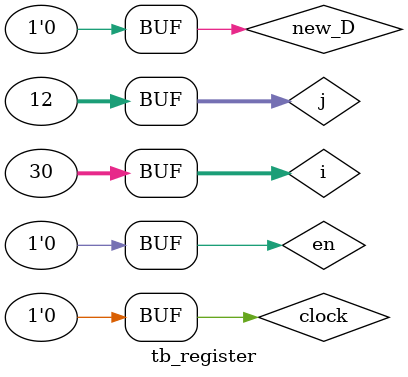
<source format=v>
`timescale 1ns/1ps

module tb_register;
    wire Q;
    reg new_D, clock, en;
    integer i,j;

    register dat(.new_D(new_D),.clock(clock),.Q(Q),.en(en));
    initial
        begin
            $dumpfile("wave_registerBehavioral.vcd");
            $dumpvars(0,tb_register);
            clock = 0;
                for(i=0; i<30;i=i+1) begin
                    #10 clock = ~clock;
                end
        end
    initial 
        begin
            new_D = 0;
            en = 1;
            for(j=0;j<12;j=j+1)begin
                #25 new_D = ~ new_D;
                if(j%2==0&&j>0)
                    #5 en = ~ en;
            end
        end
    always @ (new_D)
        begin
          $display("D = %d, clock = %d", new_D, clock);
        end
endmodule

</source>
